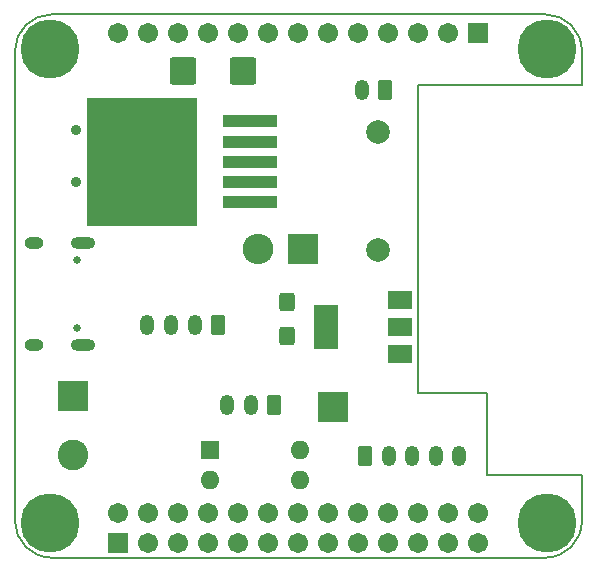
<source format=gbr>
G04 #@! TF.GenerationSoftware,KiCad,Pcbnew,6.0.5*
G04 #@! TF.CreationDate,2022-09-29T12:45:26+03:00*
G04 #@! TF.ProjectId,opi-hat,6f70692d-6861-4742-9e6b-696361645f70,rev?*
G04 #@! TF.SameCoordinates,Original*
G04 #@! TF.FileFunction,Soldermask,Top*
G04 #@! TF.FilePolarity,Negative*
%FSLAX46Y46*%
G04 Gerber Fmt 4.6, Leading zero omitted, Abs format (unit mm)*
G04 Created by KiCad (PCBNEW 6.0.5) date 2022-09-29 12:45:26*
%MOMM*%
%LPD*%
G01*
G04 APERTURE LIST*
G04 Aperture macros list*
%AMRoundRect*
0 Rectangle with rounded corners*
0 $1 Rounding radius*
0 $2 $3 $4 $5 $6 $7 $8 $9 X,Y pos of 4 corners*
0 Add a 4 corners polygon primitive as box body*
4,1,4,$2,$3,$4,$5,$6,$7,$8,$9,$2,$3,0*
0 Add four circle primitives for the rounded corners*
1,1,$1+$1,$2,$3*
1,1,$1+$1,$4,$5*
1,1,$1+$1,$6,$7*
1,1,$1+$1,$8,$9*
0 Add four rect primitives between the rounded corners*
20,1,$1+$1,$2,$3,$4,$5,0*
20,1,$1+$1,$4,$5,$6,$7,0*
20,1,$1+$1,$6,$7,$8,$9,0*
20,1,$1+$1,$8,$9,$2,$3,0*%
G04 Aperture macros list end*
G04 #@! TA.AperFunction,Profile*
%ADD10C,0.127000*%
G04 #@! TD*
%ADD11R,4.600000X1.100000*%
%ADD12R,9.400000X10.800000*%
%ADD13C,5.000000*%
%ADD14RoundRect,0.101600X-0.754000X-0.754000X0.754000X-0.754000X0.754000X0.754000X-0.754000X0.754000X0*%
%ADD15C,1.711200*%
%ADD16RoundRect,0.250000X0.350000X0.625000X-0.350000X0.625000X-0.350000X-0.625000X0.350000X-0.625000X0*%
%ADD17O,1.200000X1.750000*%
%ADD18R,2.600000X2.600000*%
%ADD19O,2.600000X2.600000*%
%ADD20RoundRect,0.250000X-0.350000X-0.625000X0.350000X-0.625000X0.350000X0.625000X-0.350000X0.625000X0*%
%ADD21C,2.600000*%
%ADD22C,2.000000*%
%ADD23RoundRect,0.250000X-0.425000X0.537500X-0.425000X-0.537500X0.425000X-0.537500X0.425000X0.537500X0*%
%ADD24R,2.000000X1.500000*%
%ADD25R,2.000000X3.800000*%
%ADD26R,1.600000X1.600000*%
%ADD27O,1.600000X1.600000*%
%ADD28R,2.500000X2.500000*%
%ADD29RoundRect,0.250000X0.875000X0.925000X-0.875000X0.925000X-0.875000X-0.925000X0.875000X-0.925000X0*%
%ADD30C,0.900000*%
%ADD31C,0.650000*%
%ADD32O,1.600000X1.000000*%
%ADD33O,2.100000X1.000000*%
G04 APERTURE END LIST*
D10*
X126581299Y-51486900D02*
X84781300Y-51486900D01*
X129681299Y-57501509D02*
X129681299Y-54586900D01*
X81681300Y-54586900D02*
X81681300Y-94386900D01*
X129681299Y-57501509D02*
X115841253Y-57501509D01*
X115841253Y-57501509D02*
X115841253Y-83536509D01*
X115841253Y-83536509D02*
X121683253Y-83536509D01*
X121683253Y-90521509D02*
X129684253Y-90521509D01*
X129684253Y-90521509D02*
X129684253Y-94382309D01*
X84781300Y-97486899D02*
X126581299Y-97486899D01*
X121683253Y-83536509D02*
X121683253Y-90521509D01*
X126581299Y-97486894D02*
G75*
G03*
X129681298Y-94386900I4J3099995D01*
G01*
X81681300Y-94386900D02*
G75*
G03*
X84781300Y-97486900I3100000J0D01*
G01*
X84781300Y-51486900D02*
G75*
G03*
X81681300Y-54586900I0J-3100000D01*
G01*
X129681302Y-54586900D02*
G75*
G03*
X126581299Y-51486900I-3099999J1D01*
G01*
D11*
X101600000Y-67359000D03*
X101600000Y-65659000D03*
D12*
X92450000Y-63959000D03*
D11*
X101600000Y-63959000D03*
X101600000Y-62259000D03*
X101600000Y-60559000D03*
D13*
X126736709Y-54431488D03*
X126736709Y-94542406D03*
X84625794Y-54431488D03*
X84625794Y-94542406D03*
D14*
X90441253Y-96236509D03*
D15*
X90441253Y-93696509D03*
X92981253Y-96236509D03*
X92981253Y-93696509D03*
X95521253Y-96236509D03*
X95521253Y-93696509D03*
X98061253Y-96236509D03*
X98061253Y-93696509D03*
X100601253Y-96236509D03*
X100601253Y-93696509D03*
X103141253Y-96236509D03*
X103141253Y-93696509D03*
X105681253Y-96236509D03*
X105681253Y-93696509D03*
X108221253Y-96236509D03*
X108221253Y-93696509D03*
X110761253Y-96236509D03*
X110761253Y-93696509D03*
X113301253Y-96236509D03*
X113301253Y-93696509D03*
X115841253Y-96236509D03*
X115841253Y-93696509D03*
X118381253Y-96236509D03*
X118381253Y-93696509D03*
X120921253Y-96236509D03*
X120921253Y-93696509D03*
D14*
X120921253Y-53056509D03*
D15*
X118381253Y-53056509D03*
X115841253Y-53056509D03*
X113301253Y-53056509D03*
X110761253Y-53056509D03*
X108221253Y-53056509D03*
X105681253Y-53056509D03*
X103141253Y-53056509D03*
X100601253Y-53056509D03*
X98061253Y-53056509D03*
X95521253Y-53056509D03*
X92981253Y-53056509D03*
X90441253Y-53056509D03*
D16*
X113030000Y-57912000D03*
D17*
X111030000Y-57912000D03*
D18*
X106045000Y-71374000D03*
D19*
X102235000Y-71374000D03*
D20*
X111316000Y-88858000D03*
D17*
X113316000Y-88858000D03*
X115316000Y-88858000D03*
X117316000Y-88858000D03*
X119316000Y-88858000D03*
D18*
X86563000Y-83820000D03*
D21*
X86563000Y-88820000D03*
D22*
X112395000Y-61421000D03*
X112395000Y-71421000D03*
D23*
X104698800Y-75829300D03*
X104698800Y-78704300D03*
D24*
X114275000Y-80278000D03*
X114275000Y-77978000D03*
D25*
X107975000Y-77978000D03*
D24*
X114275000Y-75678000D03*
D26*
X98171000Y-88392000D03*
D27*
X98171000Y-90932000D03*
X105791000Y-90932000D03*
X105791000Y-88392000D03*
D28*
X108585000Y-84709000D03*
D16*
X103632000Y-84582000D03*
D17*
X101632000Y-84582000D03*
X99632000Y-84582000D03*
D16*
X98885000Y-77766000D03*
D17*
X96885000Y-77766000D03*
X94885000Y-77766000D03*
X92885000Y-77766000D03*
D29*
X100975000Y-56261000D03*
X95875000Y-56261000D03*
D30*
X86877000Y-65700000D03*
X86877000Y-61300000D03*
D31*
X86928000Y-72294000D03*
X86928000Y-78074000D03*
D32*
X83278000Y-79504000D03*
D33*
X87458000Y-79504000D03*
X87458000Y-70864000D03*
D32*
X83278000Y-70864000D03*
M02*

</source>
